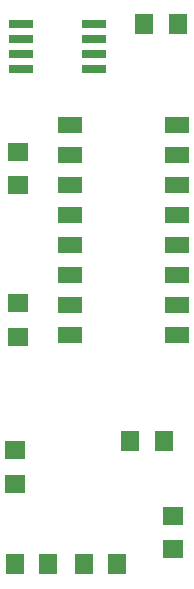
<source format=gbr>
G04 EAGLE Gerber RS-274X export*
G75*
%MOMM*%
%FSLAX34Y34*%
%LPD*%
%INSolderpaste Top*%
%IPPOS*%
%AMOC8*
5,1,8,0,0,1.08239X$1,22.5*%
G01*
%ADD10R,2.032000X0.660400*%
%ADD11R,1.800000X1.600000*%
%ADD12R,1.600000X1.800000*%
%ADD13R,1.803000X1.600000*%
%ADD14R,1.600000X1.803000*%
%ADD15R,2.100000X1.450000*%


D10*
X249936Y516890D03*
X311404Y516890D03*
X249936Y504190D03*
X249936Y491490D03*
X311404Y504190D03*
X311404Y491490D03*
X249936Y478790D03*
X311404Y478790D03*
D11*
X378460Y100360D03*
X378460Y72360D03*
D12*
X245080Y59690D03*
X273080Y59690D03*
X331500Y59690D03*
X303500Y59690D03*
D13*
X247650Y409190D03*
X247650Y380750D03*
D14*
X342650Y163830D03*
X371090Y163830D03*
D13*
X245110Y156460D03*
X245110Y128020D03*
X247650Y280920D03*
X247650Y252480D03*
D15*
X291050Y431800D03*
X291050Y406400D03*
X291050Y381000D03*
X291050Y355600D03*
X291050Y330200D03*
X291050Y304800D03*
X291050Y279400D03*
X291050Y254000D03*
X382050Y254000D03*
X382050Y279400D03*
X382050Y304800D03*
X382050Y330200D03*
X382050Y355600D03*
X382050Y381000D03*
X382050Y406400D03*
X382050Y431800D03*
D14*
X354080Y516890D03*
X382520Y516890D03*
M02*

</source>
